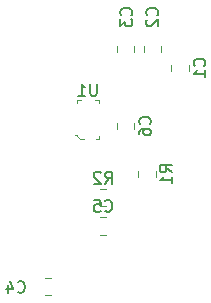
<source format=gbo>
G04 #@! TF.GenerationSoftware,KiCad,Pcbnew,(5.1.7)-1*
G04 #@! TF.CreationDate,2021-05-21T20:03:00+02:00*
G04 #@! TF.ProjectId,attinyDPS,61747469-6e79-4445-9053-2e6b69636164,rev?*
G04 #@! TF.SameCoordinates,Original*
G04 #@! TF.FileFunction,Legend,Bot*
G04 #@! TF.FilePolarity,Positive*
%FSLAX46Y46*%
G04 Gerber Fmt 4.6, Leading zero omitted, Abs format (unit mm)*
G04 Created by KiCad (PCBNEW (5.1.7)-1) date 2021-05-21 20:03:00*
%MOMM*%
%LPD*%
G01*
G04 APERTURE LIST*
%ADD10C,0.120000*%
%ADD11C,0.100000*%
%ADD12C,0.150000*%
G04 APERTURE END LIST*
D10*
X9927064Y9365000D02*
X9472936Y9365000D01*
X9927064Y10835000D02*
X9472936Y10835000D01*
D11*
X7450000Y18100000D02*
X7450000Y18350000D01*
X7450000Y18350000D02*
X7800000Y18350000D01*
X9350000Y18100000D02*
X9350000Y18350000D01*
X9350000Y18350000D02*
X9000000Y18350000D01*
X9100000Y15050000D02*
X9350000Y15050000D01*
X9350000Y15050000D02*
X9350000Y15300000D01*
X8100000Y15050000D02*
X7750000Y15050000D01*
X7750000Y15050000D02*
X7450000Y15350000D01*
X7450000Y15350000D02*
X7450000Y15400000D01*
X7450000Y15400000D02*
X7300000Y15400000D01*
D10*
X14135000Y11872936D02*
X14135000Y12327064D01*
X12665000Y11872936D02*
X12665000Y12327064D01*
X12335000Y15901248D02*
X12335000Y16423752D01*
X10865000Y15901248D02*
X10865000Y16423752D01*
X9961252Y8435000D02*
X9438748Y8435000D01*
X9961252Y6965000D02*
X9438748Y6965000D01*
X5323752Y3335000D02*
X4801248Y3335000D01*
X5323752Y1865000D02*
X4801248Y1865000D01*
X10865000Y22961252D02*
X10865000Y22438748D01*
X12335000Y22961252D02*
X12335000Y22438748D01*
X13165000Y22961252D02*
X13165000Y22438748D01*
X14635000Y22961252D02*
X14635000Y22438748D01*
X15465000Y21323752D02*
X15465000Y20801248D01*
X16935000Y21323752D02*
X16935000Y20801248D01*
D12*
X9866666Y11297619D02*
X10200000Y11773809D01*
X10438095Y11297619D02*
X10438095Y12297619D01*
X10057142Y12297619D01*
X9961904Y12250000D01*
X9914285Y12202380D01*
X9866666Y12107142D01*
X9866666Y11964285D01*
X9914285Y11869047D01*
X9961904Y11821428D01*
X10057142Y11773809D01*
X10438095Y11773809D01*
X9485714Y12202380D02*
X9438095Y12250000D01*
X9342857Y12297619D01*
X9104761Y12297619D01*
X9009523Y12250000D01*
X8961904Y12202380D01*
X8914285Y12107142D01*
X8914285Y12011904D01*
X8961904Y11869047D01*
X9533333Y11297619D01*
X8914285Y11297619D01*
X9161904Y19747619D02*
X9161904Y18938095D01*
X9114285Y18842857D01*
X9066666Y18795238D01*
X8971428Y18747619D01*
X8780952Y18747619D01*
X8685714Y18795238D01*
X8638095Y18842857D01*
X8590476Y18938095D01*
X8590476Y19747619D01*
X7590476Y18747619D02*
X8161904Y18747619D01*
X7876190Y18747619D02*
X7876190Y19747619D01*
X7971428Y19604761D01*
X8066666Y19509523D01*
X8161904Y19461904D01*
X15502380Y12266666D02*
X15026190Y12600000D01*
X15502380Y12838095D02*
X14502380Y12838095D01*
X14502380Y12457142D01*
X14550000Y12361904D01*
X14597619Y12314285D01*
X14692857Y12266666D01*
X14835714Y12266666D01*
X14930952Y12314285D01*
X14978571Y12361904D01*
X15026190Y12457142D01*
X15026190Y12838095D01*
X15502380Y11314285D02*
X15502380Y11885714D01*
X15502380Y11600000D02*
X14502380Y11600000D01*
X14645238Y11695238D01*
X14740476Y11790476D01*
X14788095Y11885714D01*
X13637142Y16329166D02*
X13684761Y16376785D01*
X13732380Y16519642D01*
X13732380Y16614880D01*
X13684761Y16757738D01*
X13589523Y16852976D01*
X13494285Y16900595D01*
X13303809Y16948214D01*
X13160952Y16948214D01*
X12970476Y16900595D01*
X12875238Y16852976D01*
X12780000Y16757738D01*
X12732380Y16614880D01*
X12732380Y16519642D01*
X12780000Y16376785D01*
X12827619Y16329166D01*
X12732380Y15472023D02*
X12732380Y15662500D01*
X12780000Y15757738D01*
X12827619Y15805357D01*
X12970476Y15900595D01*
X13160952Y15948214D01*
X13541904Y15948214D01*
X13637142Y15900595D01*
X13684761Y15852976D01*
X13732380Y15757738D01*
X13732380Y15567261D01*
X13684761Y15472023D01*
X13637142Y15424404D01*
X13541904Y15376785D01*
X13303809Y15376785D01*
X13208571Y15424404D01*
X13160952Y15472023D01*
X13113333Y15567261D01*
X13113333Y15757738D01*
X13160952Y15852976D01*
X13208571Y15900595D01*
X13303809Y15948214D01*
X9866666Y9022857D02*
X9914285Y8975238D01*
X10057142Y8927619D01*
X10152380Y8927619D01*
X10295238Y8975238D01*
X10390476Y9070476D01*
X10438095Y9165714D01*
X10485714Y9356190D01*
X10485714Y9499047D01*
X10438095Y9689523D01*
X10390476Y9784761D01*
X10295238Y9880000D01*
X10152380Y9927619D01*
X10057142Y9927619D01*
X9914285Y9880000D01*
X9866666Y9832380D01*
X8961904Y9927619D02*
X9438095Y9927619D01*
X9485714Y9451428D01*
X9438095Y9499047D01*
X9342857Y9546666D01*
X9104761Y9546666D01*
X9009523Y9499047D01*
X8961904Y9451428D01*
X8914285Y9356190D01*
X8914285Y9118095D01*
X8961904Y9022857D01*
X9009523Y8975238D01*
X9104761Y8927619D01*
X9342857Y8927619D01*
X9438095Y8975238D01*
X9485714Y9022857D01*
X2466666Y2142857D02*
X2514285Y2095238D01*
X2657142Y2047619D01*
X2752380Y2047619D01*
X2895238Y2095238D01*
X2990476Y2190476D01*
X3038095Y2285714D01*
X3085714Y2476190D01*
X3085714Y2619047D01*
X3038095Y2809523D01*
X2990476Y2904761D01*
X2895238Y3000000D01*
X2752380Y3047619D01*
X2657142Y3047619D01*
X2514285Y3000000D01*
X2466666Y2952380D01*
X1609523Y2714285D02*
X1609523Y2047619D01*
X1847619Y3095238D02*
X2085714Y2380952D01*
X1466666Y2380952D01*
X12057142Y25566666D02*
X12104761Y25614285D01*
X12152380Y25757142D01*
X12152380Y25852380D01*
X12104761Y25995238D01*
X12009523Y26090476D01*
X11914285Y26138095D01*
X11723809Y26185714D01*
X11580952Y26185714D01*
X11390476Y26138095D01*
X11295238Y26090476D01*
X11200000Y25995238D01*
X11152380Y25852380D01*
X11152380Y25757142D01*
X11200000Y25614285D01*
X11247619Y25566666D01*
X11152380Y25233333D02*
X11152380Y24614285D01*
X11533333Y24947619D01*
X11533333Y24804761D01*
X11580952Y24709523D01*
X11628571Y24661904D01*
X11723809Y24614285D01*
X11961904Y24614285D01*
X12057142Y24661904D01*
X12104761Y24709523D01*
X12152380Y24804761D01*
X12152380Y25090476D01*
X12104761Y25185714D01*
X12057142Y25233333D01*
X14257142Y25566666D02*
X14304761Y25614285D01*
X14352380Y25757142D01*
X14352380Y25852380D01*
X14304761Y25995238D01*
X14209523Y26090476D01*
X14114285Y26138095D01*
X13923809Y26185714D01*
X13780952Y26185714D01*
X13590476Y26138095D01*
X13495238Y26090476D01*
X13400000Y25995238D01*
X13352380Y25852380D01*
X13352380Y25757142D01*
X13400000Y25614285D01*
X13447619Y25566666D01*
X13447619Y25185714D02*
X13400000Y25138095D01*
X13352380Y25042857D01*
X13352380Y24804761D01*
X13400000Y24709523D01*
X13447619Y24661904D01*
X13542857Y24614285D01*
X13638095Y24614285D01*
X13780952Y24661904D01*
X14352380Y25233333D01*
X14352380Y24614285D01*
X18257142Y21266666D02*
X18304761Y21314285D01*
X18352380Y21457142D01*
X18352380Y21552380D01*
X18304761Y21695238D01*
X18209523Y21790476D01*
X18114285Y21838095D01*
X17923809Y21885714D01*
X17780952Y21885714D01*
X17590476Y21838095D01*
X17495238Y21790476D01*
X17400000Y21695238D01*
X17352380Y21552380D01*
X17352380Y21457142D01*
X17400000Y21314285D01*
X17447619Y21266666D01*
X18352380Y20314285D02*
X18352380Y20885714D01*
X18352380Y20600000D02*
X17352380Y20600000D01*
X17495238Y20695238D01*
X17590476Y20790476D01*
X17638095Y20885714D01*
M02*

</source>
